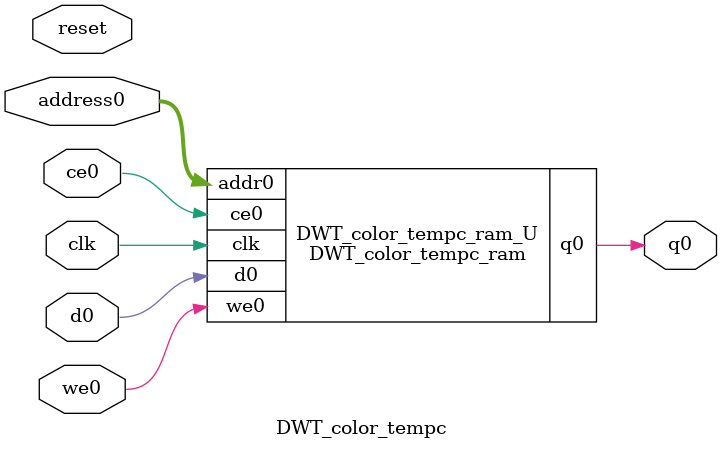
<source format=v>
`timescale 1 ns / 1 ps
module DWT_color_tempc_ram (addr0, ce0, d0, we0, q0,  clk);

parameter DWIDTH = 1;
parameter AWIDTH = 9;
parameter MEM_SIZE = 480;

input[AWIDTH-1:0] addr0;
input ce0;
input[DWIDTH-1:0] d0;
input we0;
output reg[DWIDTH-1:0] q0;
input clk;

(* ram_style = "distributed" *)reg [DWIDTH-1:0] ram[0:MEM_SIZE-1];




always @(posedge clk)  
begin 
    if (ce0) 
    begin
        if (we0) 
        begin 
            ram[addr0] <= d0; 
        end 
        q0 <= ram[addr0];
    end
end


endmodule

`timescale 1 ns / 1 ps
module DWT_color_tempc(
    reset,
    clk,
    address0,
    ce0,
    we0,
    d0,
    q0);

parameter DataWidth = 32'd1;
parameter AddressRange = 32'd480;
parameter AddressWidth = 32'd9;
input reset;
input clk;
input[AddressWidth - 1:0] address0;
input ce0;
input we0;
input[DataWidth - 1:0] d0;
output[DataWidth - 1:0] q0;



DWT_color_tempc_ram DWT_color_tempc_ram_U(
    .clk( clk ),
    .addr0( address0 ),
    .ce0( ce0 ),
    .we0( we0 ),
    .d0( d0 ),
    .q0( q0 ));

endmodule


</source>
